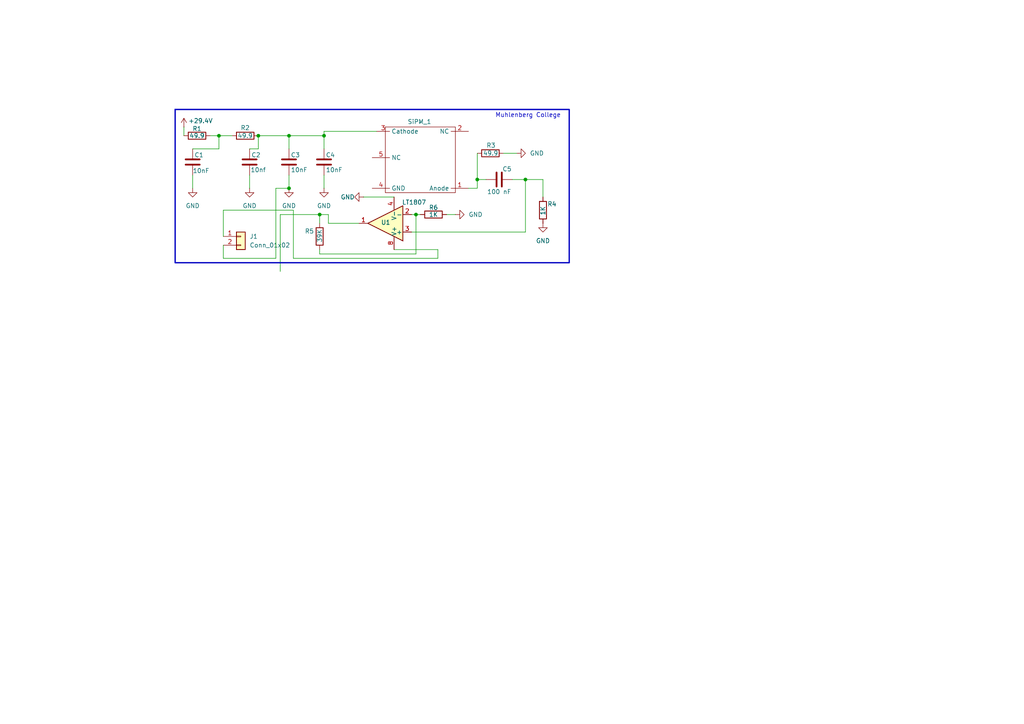
<source format=kicad_sch>
(kicad_sch (version 20231120) (generator "eeschema") (generator_version "8.0")
  (paper "A4")
  (lib_symbols
    (symbol "Amplifier_Operational:LMH6702MA" (pin_names (offset 0.127))
      (property "Reference" "U1" (at 1.27 -0.254 0))
      (property "Value" "LT1807" (at -4.826 -6.096 0))
      (symbol "LMH6702MA_0_1"
        (polyline (pts (xy -5.08 5.08) (xy 5.08 0) (xy -5.08 -5.08) (xy -5.08 5.08)) (stroke (width 0.254)) (fill (type background)))
      )
      (symbol "LMH6702MA_1_1"
        (pin no_connect line (at -2.54 2.54 270) (length 2.54) hide (name "NC") (number "1"))
        (pin output line (at 7.62 0 180) (length 2.54) (name "~") (number "1"))
        (pin input line (at -7.62 -2.54 0) (length 2.54) (name "-") (number "2"))
        (pin input line (at -7.62 2.54 0) (length 2.54) (name "+") (number "3"))
        (pin power_in line (at -2.54 -7.62 90) (length 3.81) (name "V-") (number "4"))
        (pin no_connect line (at 0 2.54 270) (length 2.54) hide (name "NC") (number "5"))
        (pin no_connect line (at 0 -2.54 90) (length 2.54) hide (name "NC") (number "8"))
        (pin power_in line (at -2.54 7.62 270) (length 3.81) (name "V+") (number "8"))
      )
    )
    (symbol "Connector_Generic:Conn_01x02" (pin_names (offset 1.016) hide)
      (property "Reference" "J" (at 0 2.54 0))
      (property "Value" "Conn_01x02" (at 0 -5.08 0))
      (symbol "Conn_01x02_1_1"
        (rectangle (start -1.27 -2.413) (end 0 -2.667) (stroke (width 0.1524)))
        (rectangle (start -1.27 0.127) (end 0 -0.127) (stroke (width 0.1524)))
        (rectangle (start -1.27 1.27) (end 1.27 -3.81) (stroke (width 0.254)) (fill (type background)))
        (pin passive line (at -5.08 0 0) (length 3.81) (name "Pin_1") (number "1"))
        (pin passive line (at -5.08 -2.54 0) (length 3.81) (name "Pin_2") (number "2"))
      )
    )
    (symbol "Device:C" (pin_numbers hide) (pin_names (offset 0.254))
      (property "Reference" "C" (at 0.635 2.54 0))
      (property "Value" "C" (at 0.635 -2.54 0))
      (symbol "C_0_1"
        (polyline (pts (xy -2.032 -0.762) (xy 2.032 -0.762)) (stroke (width 0.508)))
        (polyline (pts (xy -2.032 0.762) (xy 2.032 0.762)) (stroke (width 0.508)))
      )
      (symbol "C_1_1"
        (pin passive line (at 0 3.81 270) (length 2.794) (name "~") (number "1"))
        (pin passive line (at 0 -3.81 90) (length 2.794) (name "~") (number "2"))
      )
    )
    (symbol "Device:R" (pin_numbers hide) (pin_names (offset 0))
      (property "Reference" "R" (at 2.032 0 90))
      (property "Value" "R" (at 0 0 90))
      (symbol "R_0_1"
        (rectangle (start -1.016 -2.54) (end 1.016 2.54) (stroke (width 0.254)))
      )
      (symbol "R_1_1"
        (pin passive line (at 0 3.81 270) (length 1.27) (name "~") (number "1"))
        (pin passive line (at 0 -3.81 90) (length 1.27) (name "~") (number "2"))
      )
    )
    (symbol "SiPM Schematic Symbol:SiPM"
      (property "Reference" "SiPM_60035" (at 0 -14.478 0))
      (symbol "SiPM_0_1"
        (rectangle (start -10.16 6.35) (end 10.16 -12.7))
      )
      (symbol "SiPM_1_1"
        (pin output line (at 13.97 -11.43 180) (length 5.08) (name "Anode") (number "1"))
        (pin free line (at 13.97 5.08 180) (length 5.08) (name "NC") (number "2"))
        (pin input line (at -12.7 5.08 0) (length 3.81) (name "Cathode") (number "3"))
        (pin free line (at -13.97 -11.43 0) (length 5.08) (name "GND") (number "4"))
        (pin free line (at -13.97 -2.54 0) (length 5.08) (name "NC") (number "5"))
      )
    )
    (symbol "power:+5V" (power) (pin_numbers hide) (pin_names (offset 0) hide)
      (property "Value" "+5V" (at 0 3.556 0))
      (symbol "+5V_0_1"
        (polyline (pts (xy -0.762 1.27) (xy 0 2.54)))
        (polyline (pts (xy 0 0) (xy 0 2.54)))
        (polyline (pts (xy 0 2.54) (xy 0.762 1.27)))
      )
      (symbol "+5V_1_1"
        (pin power_in line (at 0 0 90) (length 0) (name "~") (number "1"))
      )
    )
    (symbol "power:GND" (power) (pin_numbers hide) (pin_names (offset 0) hide)
      (property "Value" "GND" (at 0 -3.81 0))
      (symbol "GND_0_1"
        (polyline (pts (xy 0 0) (xy 0 -1.27) (xy 1.27 -1.27) (xy 0 -2.54) (xy -1.27 -1.27) (xy 0 -1.27)))
      )
      (symbol "GND_1_1"
        (pin power_in line (at 0 0 270) (length 0) (name "~") (number "1"))
      )
    )
  )
  (junction (at 138.43 52.07))
  (junction (at 83.82 54.61))
  (junction (at 74.93 39.37))
  (junction (at 120.65 62.23))
  (junction (at 92.71 62.23))
  (junction (at 152.4 52.07))
  (junction (at 83.82 39.37))
  (junction (at 63.5 39.37))
  (junction (at 93.98 39.37))
  (wire (pts (xy 60.96 39.37) (xy 63.5 39.37)))
  (wire (pts (xy 80.01 54.61) (xy 83.82 54.61)))
  (wire (pts (xy 93.98 38.1) (xy 93.98 39.37)))
  (wire (pts (xy 74.93 39.37) (xy 74.93 43.18)))
  (wire (pts (xy 120.65 62.23) (xy 121.92 62.23)))
  (wire (pts (xy 92.71 73.66) (xy 120.65 73.66)))
  (wire (pts (xy 138.43 52.07) (xy 140.97 52.07)))
  (wire (pts (xy 80.01 54.61) (xy 80.01 74.93)))
  (wire (pts (xy 64.77 60.96) (xy 64.77 68.58)))
  (wire (pts (xy 85.09 74.93) (xy 127 74.93)))
  (wire (pts (xy 92.71 62.23) (xy 95.25 62.23)))
  (wire (pts (xy 157.48 52.07) (xy 157.48 57.15)))
  (wire (pts (xy 83.82 39.37) (xy 93.98 39.37)))
  (wire (pts (xy 127 74.93) (xy 127 72.39)))
  (wire (pts (xy 63.5 43.18) (xy 63.5 39.37)))
  (wire (pts (xy 83.82 39.37) (xy 83.82 43.18)))
  (wire (pts (xy 74.93 43.18) (xy 72.39 43.18)))
  (wire (pts (xy 55.88 43.18) (xy 63.5 43.18)))
  (wire (pts (xy 92.71 72.39) (xy 92.71 73.66)))
  (wire (pts (xy 95.25 64.77) (xy 104.14 64.77)))
  (wire (pts (xy 85.09 60.96) (xy 85.09 74.93)))
  (wire (pts (xy 120.65 62.23) (xy 119.38 62.23)))
  (wire (pts (xy 105.41 57.15) (xy 114.3 57.15)))
  (wire (pts (xy 148.59 52.07) (xy 152.4 52.07)))
  (wire (pts (xy 92.71 62.23) (xy 92.71 64.77)))
  (wire (pts (xy 152.4 52.07) (xy 157.48 52.07)))
  (wire (pts (xy 55.88 50.8) (xy 55.88 54.61)))
  (wire (pts (xy 64.77 60.96) (xy 85.09 60.96)))
  (wire (pts (xy 83.82 50.8) (xy 83.82 54.61)))
  (wire (pts (xy 135.89 54.61) (xy 138.43 54.61)))
  (wire (pts (xy 92.71 62.23) (xy 81.28 62.23)))
  (wire (pts (xy 119.38 67.31) (xy 152.4 67.31)))
  (wire (pts (xy 146.05 44.45) (xy 149.86 44.45)))
  (wire (pts (xy 138.43 52.07) (xy 138.43 54.61)))
  (wire (pts (xy 74.93 39.37) (xy 83.82 39.37)))
  (wire (pts (xy 81.28 62.23) (xy 81.28 78.74)))
  (wire (pts (xy 64.77 71.12) (xy 64.77 74.93)))
  (wire (pts (xy 152.4 52.07) (xy 152.4 67.31)))
  (wire (pts (xy 127 72.39) (xy 114.3 72.39)))
  (wire (pts (xy 63.5 39.37) (xy 67.31 39.37)))
  (wire (pts (xy 95.25 62.23) (xy 95.25 64.77)))
  (wire (pts (xy 72.39 50.8) (xy 72.39 54.61)))
  (wire (pts (xy 93.98 39.37) (xy 93.98 43.18)))
  (wire (pts (xy 138.43 44.45) (xy 138.43 52.07)))
  (wire (pts (xy 129.54 62.23) (xy 132.08 62.23)))
  (wire (pts (xy 93.98 38.1) (xy 109.22 38.1)))
  (wire (pts (xy 120.65 73.66) (xy 120.65 62.23)))
  (wire (pts (xy 64.77 74.93) (xy 80.01 74.93)))
  (wire (pts (xy 93.98 50.8) (xy 93.98 54.61)))
  (wire (pts (xy 53.34 36.83) (xy 53.34 39.37)))
  (rectangle (start 50.8 31.75) (end 165.1 76.2) (stroke (width 0.381)))
  (text "Muhlenberg College\n" (at 153.162 33.528 0) (effects (font (size 1.27 1.27))))
  (symbol (lib_id "power:GND") (at 105.41 57.15 270) (unit 1)
    (property "Reference" "#PWR08" (effects (hide yes)))
    (property "Value" "GND" (at 102.87 57.15 90) (effects (justify right)))
    (property "Description" "Power symbol creates a global label with name \"GND\" , ground" (effects (hide yes)))
  )
  (symbol (lib_id "Device:R") (at 57.15 39.37 90) (unit 1)
    (property "Reference" "R1" (at 57.15 37.338 90))
    (property "Value" "49.9" (at 57.15 39.37 90))
    (property "Footprint" "Resistor_SMD:R_0805_2012Metric_Pad1.20x1.40mm_HandSolder" (effects (hide yes)))
    (property "Description" "Resistor" (effects (hide yes)))
  )
  (symbol (lib_id "SiPM Schematic Symbol:SiPM") (at 121.92 43.18 0) (unit 1)
    (property "Reference" "SiPM_1" (at 121.666 35.306 0))
    (property "Value" "~" (at 121.92 35.56 0))
    (property "Footprint" "SiPM Footprint:SiPM_Footprint" (effects (hide yes)))
  )
  (symbol (lib_id "Device:C") (at 83.82 46.99 0) (unit 1)
    (property "Reference" "C3" (at 84.328 44.958 0) (effects (justify left)))
    (property "Value" "10nF" (at 84.328 49.276 0) (effects (justify left)))
    (property "Footprint" "Capacitor_SMD:C_0805_2012Metric_Pad1.18x1.45mm_HandSolder" (effects (hide yes)))
    (property "Description" "Unpolarized capacitor" (effects (hide yes)))
  )
  (symbol (lib_id "Device:C") (at 144.78 52.07 90) (unit 1)
    (property "Reference" "C5" (at 147.066 49.022 90))
    (property "Value" "100 nF" (at 144.78 55.626 90))
    (property "Footprint" "Capacitor_SMD:C_0805_2012Metric_Pad1.18x1.45mm_HandSolder" (effects (hide yes)))
    (property "Description" "Unpolarized capacitor" (effects (hide yes)))
  )
  (symbol (lib_id "Device:C") (at 93.98 46.99 0) (unit 1)
    (property "Reference" "C4" (at 94.488 44.958 0) (effects (justify left)))
    (property "Value" "10nF" (at 94.488 49.276 0) (effects (justify left)))
    (property "Footprint" "Capacitor_SMD:C_0805_2012Metric_Pad1.18x1.45mm_HandSolder" (effects (hide yes)))
    (property "Description" "Unpolarized capacitor" (effects (hide yes)))
  )
  (symbol (lib_id "Device:R") (at 92.71 68.58 0) (unit 1)
    (property "Reference" "R5" (at 88.392 67.056 0) (effects (justify left)))
    (property "Value" "39K" (at 92.71 70.358 90) (effects (justify left)))
    (property "Footprint" "Resistor_SMD:R_0805_2012Metric_Pad1.20x1.40mm_HandSolder" (effects (hide yes)))
    (property "Description" "Resistor" (effects (hide yes)))
  )
  (symbol (lib_id "power:GND") (at 132.08 62.23 90) (unit 1)
    (property "Reference" "#PWR07" (effects (hide yes)))
    (property "Value" "GND" (at 135.89 62.2299 90) (effects (justify right)))
    (property "Description" "Power symbol creates a global label with name \"GND\" , ground" (effects (hide yes)))
  )
  (symbol (lib_id "power:GND") (at 157.48 64.77 0) (unit 1)
    (property "Reference" "#PWR06" (effects (hide yes)))
    (property "Value" "GND" (at 157.48 69.85 0))
    (property "Description" "Power symbol creates a global label with name \"GND\" , ground" (effects (hide yes)))
  )
  (symbol (lib_id "Device:R") (at 71.12 39.37 90) (unit 1)
    (property "Reference" "R2" (at 71.12 37.084 90))
    (property "Value" "49.9" (at 71.12 39.37 90))
    (property "Footprint" "Resistor_SMD:R_0805_2012Metric_Pad1.20x1.40mm_HandSolder" (effects (hide yes)))
    (property "Description" "Resistor" (effects (hide yes)))
  )
  (symbol (lib_id "power:GND") (at 55.88 54.61 0) (unit 1)
    (property "Reference" "#PWR01" (effects (hide yes)))
    (property "Value" "GND" (at 55.88 59.69 0))
    (property "Description" "Power symbol creates a global label with name \"GND\" , ground" (effects (hide yes)))
  )
  (symbol (lib_id "Device:R") (at 125.73 62.23 90) (unit 1)
    (property "Reference" "R6" (at 125.73 60.198 90))
    (property "Value" "1K" (at 125.73 62.23 90))
    (property "Footprint" "Resistor_SMD:R_0805_2012Metric_Pad1.20x1.40mm_HandSolder" (effects (hide yes)))
    (property "Description" "Resistor" (effects (hide yes)))
  )
  (symbol (lib_id "power:GND") (at 149.86 44.45 90) (unit 1)
    (property "Reference" "#PWR05" (effects (hide yes)))
    (property "Value" "GND" (at 153.67 44.4499 90) (effects (justify right)))
    (property "Description" "Power symbol creates a global label with name \"GND\" , ground" (effects (hide yes)))
  )
  (symbol (lib_id "Device:C") (at 72.39 46.99 0) (unit 1)
    (property "Reference" "C2" (at 72.898 44.958 0) (effects (justify left)))
    (property "Value" "10nf" (at 72.644 49.276 0) (effects (justify left)))
    (property "Footprint" "Capacitor_SMD:C_0805_2012Metric_Pad1.18x1.45mm_HandSolder" (effects (hide yes)))
    (property "Description" "Unpolarized capacitor" (effects (hide yes)))
  )
  (symbol (lib_id "Device:R") (at 142.24 44.45 90) (unit 1)
    (property "Reference" "R3" (at 143.764 42.164 90) (effects (justify left)))
    (property "Value" "49.9" (at 144.526 44.45 90) (effects (justify left)))
    (property "Footprint" "Resistor_SMD:R_0805_2012Metric_Pad1.20x1.40mm_HandSolder" (effects (hide yes)))
    (property "Description" "Resistor" (effects (hide yes)))
  )
  (symbol (lib_id "Connector_Generic:Conn_01x02") (at 69.85 68.58 0) (unit 1)
    (property "Reference" "J1" (at 72.39 68.5799 0) (effects (justify left)))
    (property "Value" "Conn_01x02" (at 72.39 71.1199 0) (effects (justify left)))
    (property "Footprint" "Connector_JST:JST_ACH_BM02B-ACHSS-GAN-ETF_1x02-1MP_P1.20mm_Vertical" (effects (hide yes)))
    (property "Description" "Generic connector, single row, 01x02, script generated (kicad-library-utils/schlib/autogen/connector/)" (effects (hide yes)))
  )
  (symbol (lib_id "Amplifier_Operational:LMH6702MA") (at 111.76 64.77 180) (unit 1)
    (property "Reference" "U1" (at 110.49 64.516 0) (effects (justify right)))
    (property "Value" "LT1807" (at 116.586 58.674 0) (effects (justify right)))
    (property "Footprint" "SOIC-8 Footpring:SOIC-8" (effects (hide yes)))
    (property "Datasheet" "https://www.analog.com/media/en/technical-documentation/data-sheets/18067fc.pdf" (effects (hide yes)))
  )
  (symbol (lib_id "Device:C") (at 55.88 46.99 0) (unit 1)
    (property "Reference" "C1" (at 56.388 44.958 0) (effects (justify left)))
    (property "Value" "10nF" (at 55.88 49.53 0) (effects (justify left)))
    (property "Footprint" "Capacitor_SMD:C_0805_2012Metric_Pad1.18x1.45mm_HandSolder" (effects (hide yes)))
    (property "Description" "Unpolarized capacitor" (effects (hide yes)))
  )
  (symbol (lib_id "power:GND") (at 72.39 54.61 0) (unit 1)
    (property "Reference" "#PWR02" (effects (hide yes)))
    (property "Value" "GND" (at 72.39 59.69 0))
    (property "Description" "Power symbol creates a global label with name \"GND\" , ground" (effects (hide yes)))
  )
  (symbol (lib_id "power:GND") (at 93.98 54.61 0) (unit 1)
    (property "Reference" "#PWR03" (effects (hide yes)))
    (property "Value" "GND" (at 93.98 59.69 0))
    (property "Description" "Power symbol creates a global label with name \"GND\" , ground" (effects (hide yes)))
  )
  (symbol (lib_id "Device:R") (at 157.48 60.96 0) (unit 1)
    (property "Reference" "R4" (at 158.75 59.182 0) (effects (justify left)))
    (property "Value" "1K" (at 157.48 62.484 90) (effects (justify left)))
    (property "Footprint" "Resistor_SMD:R_0805_2012Metric_Pad1.20x1.40mm_HandSolder" (effects (hide yes)))
    (property "Description" "Resistor" (effects (hide yes)))
  )
  (symbol (lib_id "power:+5V") (at 53.34 36.83 0) (unit 1)
    (property "Reference" "#PWR010" (effects (hide yes)))
    (property "Value" "+29.4V" (at 58.166 35.052 0))
    (property "Description" "Power symbol creates a global label with name \"+5V\"" (effects (hide yes)))
  )
  (symbol (lib_id "power:GND") (at 83.82 54.61 0) (unit 1)
    (property "Reference" "#PWR04" (effects (hide yes)))
    (property "Value" "GND" (at 83.82 59.69 0))
    (property "Description" "Power symbol creates a global label with name \"GND\" , ground" (effects (hide yes)))
  )
)
</source>
